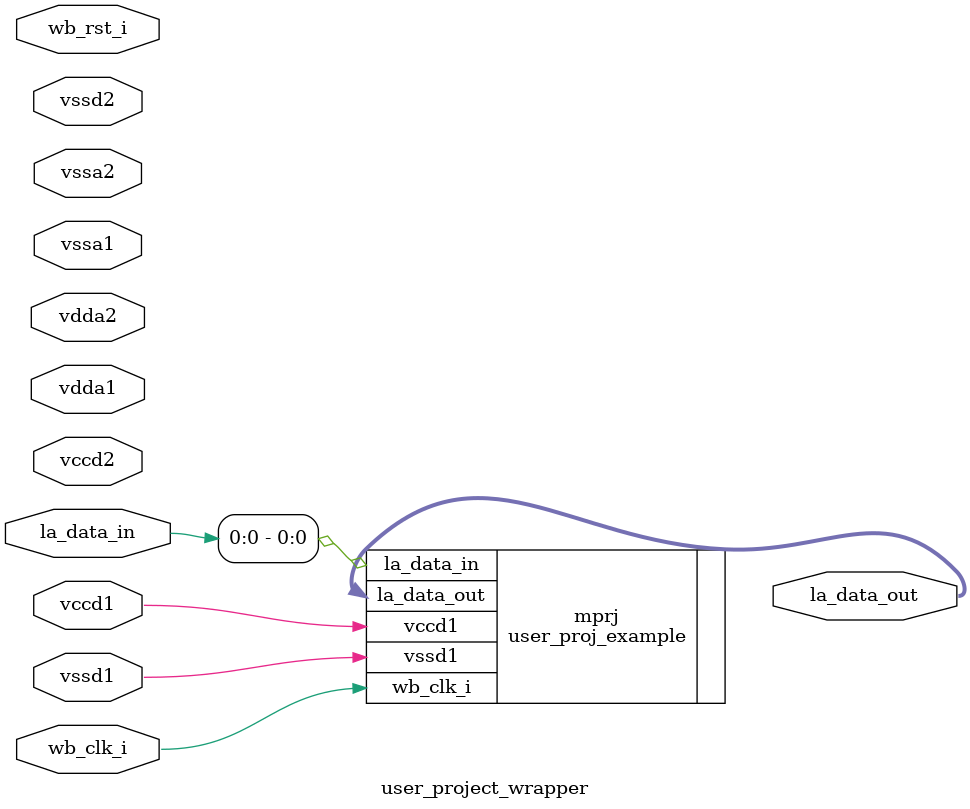
<source format=v>
module user_project_wrapper (vccd1,
    vccd2,
    vdda1,
    vdda2,
    vssa1,
    vssa2,
    vssd1,
    vssd2,
    wb_clk_i,
    wb_rst_i,
    la_data_in,
    la_data_out);
 input vccd1;
 input vccd2;
 input vdda1;
 input vdda2;
 input vssa1;
 input vssa2;
 input vssd1;
 input vssd2;
 input wb_clk_i;
 input wb_rst_i;
 input [127:0] la_data_in;
 output [127:0] la_data_out;


 user_proj_example mprj (.la_data_in(la_data_in[0]),
    .vccd1(vccd1),
    .vssd1(vssd1),
    .wb_clk_i(wb_clk_i),
    .la_data_out({la_data_out[127],
    la_data_out[126],
    la_data_out[125],
    la_data_out[124],
    la_data_out[123],
    la_data_out[122],
    la_data_out[121],
    la_data_out[120],
    la_data_out[119],
    la_data_out[118],
    la_data_out[117],
    la_data_out[116],
    la_data_out[115],
    la_data_out[114],
    la_data_out[113],
    la_data_out[112],
    la_data_out[111],
    la_data_out[110],
    la_data_out[109],
    la_data_out[108],
    la_data_out[107],
    la_data_out[106],
    la_data_out[105],
    la_data_out[104],
    la_data_out[103],
    la_data_out[102],
    la_data_out[101],
    la_data_out[100],
    la_data_out[99],
    la_data_out[98],
    la_data_out[97],
    la_data_out[96],
    la_data_out[95],
    la_data_out[94],
    la_data_out[93],
    la_data_out[92],
    la_data_out[91],
    la_data_out[90],
    la_data_out[89],
    la_data_out[88],
    la_data_out[87],
    la_data_out[86],
    la_data_out[85],
    la_data_out[84],
    la_data_out[83],
    la_data_out[82],
    la_data_out[81],
    la_data_out[80],
    la_data_out[79],
    la_data_out[78],
    la_data_out[77],
    la_data_out[76],
    la_data_out[75],
    la_data_out[74],
    la_data_out[73],
    la_data_out[72],
    la_data_out[71],
    la_data_out[70],
    la_data_out[69],
    la_data_out[68],
    la_data_out[67],
    la_data_out[66],
    la_data_out[65],
    la_data_out[64],
    la_data_out[63],
    la_data_out[62],
    la_data_out[61],
    la_data_out[60],
    la_data_out[59],
    la_data_out[58],
    la_data_out[57],
    la_data_out[56],
    la_data_out[55],
    la_data_out[54],
    la_data_out[53],
    la_data_out[52],
    la_data_out[51],
    la_data_out[50],
    la_data_out[49],
    la_data_out[48],
    la_data_out[47],
    la_data_out[46],
    la_data_out[45],
    la_data_out[44],
    la_data_out[43],
    la_data_out[42],
    la_data_out[41],
    la_data_out[40],
    la_data_out[39],
    la_data_out[38],
    la_data_out[37],
    la_data_out[36],
    la_data_out[35],
    la_data_out[34],
    la_data_out[33],
    la_data_out[32],
    la_data_out[31],
    la_data_out[30],
    la_data_out[29],
    la_data_out[28],
    la_data_out[27],
    la_data_out[26],
    la_data_out[25],
    la_data_out[24],
    la_data_out[23],
    la_data_out[22],
    la_data_out[21],
    la_data_out[20],
    la_data_out[19],
    la_data_out[18],
    la_data_out[17],
    la_data_out[16],
    la_data_out[15],
    la_data_out[14],
    la_data_out[13],
    la_data_out[12],
    la_data_out[11],
    la_data_out[10],
    la_data_out[9],
    la_data_out[8],
    la_data_out[7],
    la_data_out[6],
    la_data_out[5],
    la_data_out[4],
    la_data_out[3],
    la_data_out[2],
    la_data_out[1],
    la_data_out[0]}));
endmodule

</source>
